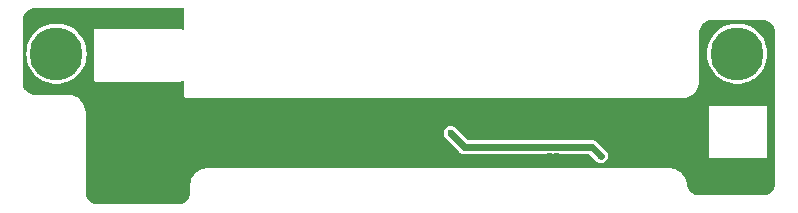
<source format=gbr>
%TF.GenerationSoftware,KiCad,Pcbnew,7.0.1*%
%TF.CreationDate,2023-03-29T08:45:06-04:00*%
%TF.ProjectId,BuckarooHAT,4275636b-6172-46f6-9f48-41542e6b6963,rev?*%
%TF.SameCoordinates,Original*%
%TF.FileFunction,Copper,L2,Bot*%
%TF.FilePolarity,Positive*%
%FSLAX46Y46*%
G04 Gerber Fmt 4.6, Leading zero omitted, Abs format (unit mm)*
G04 Created by KiCad (PCBNEW 7.0.1) date 2023-03-29 08:45:06*
%MOMM*%
%LPD*%
G01*
G04 APERTURE LIST*
%TA.AperFunction,ComponentPad*%
%ADD10C,3.100000*%
%TD*%
%TA.AperFunction,ConnectorPad*%
%ADD11C,4.500000*%
%TD*%
%TA.AperFunction,ViaPad*%
%ADD12C,0.600000*%
%TD*%
%TA.AperFunction,Conductor*%
%ADD13C,0.600000*%
%TD*%
G04 APERTURE END LIST*
D10*
%TO.P,H1,1*%
%TO.N,N/C*%
X159258000Y-74295000D03*
D11*
X159258000Y-74295000D03*
%TD*%
D10*
%TO.P,H2,1*%
%TO.N,N/C*%
X101625400Y-74295000D03*
D11*
X101625400Y-74295000D03*
%TD*%
D12*
%TO.N,GND*%
X161798000Y-72136000D03*
X108585000Y-81915000D03*
X108585000Y-79883000D03*
X158115000Y-83439000D03*
X145542000Y-79121000D03*
X144018000Y-82931000D03*
X132588000Y-83285500D03*
X111125000Y-71247000D03*
X156845000Y-76581000D03*
X146050000Y-78740000D03*
X143383000Y-82931000D03*
X131064000Y-83285500D03*
X158115000Y-84201000D03*
X156718000Y-72009000D03*
X161798000Y-76581000D03*
X111125000Y-71882000D03*
X149352000Y-82931000D03*
X146050000Y-79502000D03*
%TO.N,+5V*%
X135001000Y-81026000D03*
X147701000Y-82931000D03*
%TD*%
D13*
%TO.N,+5V*%
X146948600Y-82178600D02*
X136153600Y-82178600D01*
X147701000Y-82931000D02*
X146948600Y-82178600D01*
X136153600Y-82178600D02*
X135001000Y-81026000D01*
%TD*%
%TA.AperFunction,Conductor*%
%TO.N,GND*%
G36*
X112386500Y-70448113D02*
G01*
X112431887Y-70493500D01*
X112448500Y-70555500D01*
X112448500Y-72166598D01*
X112429493Y-72232571D01*
X112378300Y-72278319D01*
X112310614Y-72289818D01*
X112247185Y-72263543D01*
X112243788Y-72260834D01*
X112224160Y-72241204D01*
X112218425Y-72234012D01*
X112210135Y-72230020D01*
X112186626Y-72215248D01*
X112179432Y-72209510D01*
X112177400Y-72209046D01*
X112170453Y-72207460D01*
X112144257Y-72198294D01*
X112135963Y-72194300D01*
X112112790Y-72194300D01*
X105023963Y-72194300D01*
X104932437Y-72194300D01*
X104932435Y-72194300D01*
X104924138Y-72198295D01*
X104897944Y-72207460D01*
X104888970Y-72209508D01*
X104881768Y-72215252D01*
X104858267Y-72230019D01*
X104849975Y-72234012D01*
X104844236Y-72241209D01*
X104824609Y-72260836D01*
X104817412Y-72266575D01*
X104813419Y-72274867D01*
X104798652Y-72298368D01*
X104792908Y-72305570D01*
X104790860Y-72314544D01*
X104781695Y-72340738D01*
X104777700Y-72349035D01*
X104777700Y-76504562D01*
X104781693Y-76512854D01*
X104790860Y-76539053D01*
X104792446Y-76546000D01*
X104792910Y-76548032D01*
X104798648Y-76555226D01*
X104813420Y-76578735D01*
X104817412Y-76587025D01*
X104824604Y-76592760D01*
X104844239Y-76612394D01*
X104849976Y-76619589D01*
X104858264Y-76623580D01*
X104881771Y-76638350D01*
X104888969Y-76644090D01*
X104897937Y-76646136D01*
X104924147Y-76655308D01*
X104932436Y-76659300D01*
X104932437Y-76659300D01*
X104955610Y-76659300D01*
X105023963Y-76659300D01*
X112044437Y-76659300D01*
X112112790Y-76659300D01*
X112135961Y-76659300D01*
X112135963Y-76659300D01*
X112144255Y-76655306D01*
X112170454Y-76646138D01*
X112179431Y-76644090D01*
X112186621Y-76638355D01*
X112210140Y-76623577D01*
X112218424Y-76619588D01*
X112224161Y-76612394D01*
X112243805Y-76592751D01*
X112247202Y-76590042D01*
X112310630Y-76563780D01*
X112378310Y-76575286D01*
X112429496Y-76621034D01*
X112448500Y-76687002D01*
X112448500Y-77896762D01*
X112452493Y-77905054D01*
X112461660Y-77931253D01*
X112463246Y-77938200D01*
X112463710Y-77940232D01*
X112469448Y-77947426D01*
X112484220Y-77970935D01*
X112488212Y-77979225D01*
X112495404Y-77984960D01*
X112515039Y-78004594D01*
X112520776Y-78011789D01*
X112529064Y-78015780D01*
X112552571Y-78030550D01*
X112559769Y-78036290D01*
X112568737Y-78038336D01*
X112594947Y-78047508D01*
X112603236Y-78051500D01*
X112603237Y-78051500D01*
X112626410Y-78051500D01*
X112694763Y-78051500D01*
X154519118Y-78051500D01*
X154581590Y-78051500D01*
X154664172Y-78051500D01*
X154872376Y-78021565D01*
X155074200Y-77962304D01*
X155265536Y-77874924D01*
X155442489Y-77761203D01*
X155601456Y-77623456D01*
X155739203Y-77464489D01*
X155852924Y-77287536D01*
X155940304Y-77096200D01*
X155999565Y-76894376D01*
X156029500Y-76686172D01*
X156029500Y-76581000D01*
X156029500Y-76541118D01*
X156029500Y-74295000D01*
X156702456Y-74295000D01*
X156722607Y-74615289D01*
X156782744Y-74930541D01*
X156881914Y-75235753D01*
X157018563Y-75526146D01*
X157190521Y-75797110D01*
X157395088Y-76044389D01*
X157629037Y-76264082D01*
X157888671Y-76452716D01*
X158132977Y-76587024D01*
X158169903Y-76607324D01*
X158468294Y-76725466D01*
X158779139Y-76805277D01*
X159043713Y-76838700D01*
X159097535Y-76845500D01*
X159097536Y-76845500D01*
X159418464Y-76845500D01*
X159418465Y-76845500D01*
X159464504Y-76839683D01*
X159736861Y-76805277D01*
X160047706Y-76725466D01*
X160346097Y-76607324D01*
X160627328Y-76452716D01*
X160681942Y-76413037D01*
X160886962Y-76264082D01*
X160912378Y-76240214D01*
X161120911Y-76044390D01*
X161325478Y-75797110D01*
X161497439Y-75526142D01*
X161634084Y-75235758D01*
X161733256Y-74930538D01*
X161793392Y-74615294D01*
X161813543Y-74295000D01*
X161793392Y-73974706D01*
X161733256Y-73659462D01*
X161634084Y-73354242D01*
X161497439Y-73063858D01*
X161497436Y-73063853D01*
X161325478Y-72792889D01*
X161120911Y-72545610D01*
X160886962Y-72325917D01*
X160627328Y-72137283D01*
X160346098Y-71982676D01*
X160047703Y-71864533D01*
X159736863Y-71784723D01*
X159418465Y-71744500D01*
X159418464Y-71744500D01*
X159097536Y-71744500D01*
X159097535Y-71744500D01*
X158779136Y-71784723D01*
X158468296Y-71864533D01*
X158169901Y-71982676D01*
X157888671Y-72137283D01*
X157629037Y-72325917D01*
X157395088Y-72545610D01*
X157190521Y-72792889D01*
X157018563Y-73063853D01*
X156881914Y-73354246D01*
X156782744Y-73659458D01*
X156722607Y-73974710D01*
X156702456Y-74295000D01*
X156029500Y-74295000D01*
X156029500Y-72522412D01*
X156029972Y-72511605D01*
X156042167Y-72372210D01*
X156044802Y-72342090D01*
X156048555Y-72320807D01*
X156052638Y-72305569D01*
X156091193Y-72161678D01*
X156098579Y-72141385D01*
X156168207Y-71992069D01*
X156178998Y-71973378D01*
X156273502Y-71838411D01*
X156287380Y-71821873D01*
X156403873Y-71705380D01*
X156420411Y-71691502D01*
X156555378Y-71596998D01*
X156574069Y-71586207D01*
X156723385Y-71516579D01*
X156743678Y-71509193D01*
X156902807Y-71466554D01*
X156924090Y-71462802D01*
X157093604Y-71447972D01*
X157104412Y-71447500D01*
X157138882Y-71447500D01*
X161377118Y-71447500D01*
X161411588Y-71447500D01*
X161422395Y-71447972D01*
X161591907Y-71462802D01*
X161613192Y-71466555D01*
X161643008Y-71474544D01*
X161772317Y-71509192D01*
X161792618Y-71516581D01*
X161941925Y-71586204D01*
X161960626Y-71597001D01*
X162095582Y-71691497D01*
X162112132Y-71705386D01*
X162228613Y-71821867D01*
X162242502Y-71838419D01*
X162336996Y-71973370D01*
X162347797Y-71992078D01*
X162415507Y-72137283D01*
X162417415Y-72141374D01*
X162424808Y-72161686D01*
X162467444Y-72320807D01*
X162471197Y-72342092D01*
X162486028Y-72511604D01*
X162486500Y-72522412D01*
X162486500Y-85211588D01*
X162486028Y-85222396D01*
X162471197Y-85391907D01*
X162467444Y-85413192D01*
X162424808Y-85572313D01*
X162417415Y-85592625D01*
X162347798Y-85741919D01*
X162336992Y-85760634D01*
X162250431Y-85884259D01*
X162242507Y-85895575D01*
X162228613Y-85912132D01*
X162112132Y-86028613D01*
X162095574Y-86042507D01*
X161960634Y-86136992D01*
X161941919Y-86147798D01*
X161792625Y-86217415D01*
X161772313Y-86224808D01*
X161613192Y-86267444D01*
X161591906Y-86271197D01*
X161422389Y-86286028D01*
X161411582Y-86286500D01*
X161352905Y-86286500D01*
X161352521Y-86286576D01*
X156088137Y-86292826D01*
X156077868Y-86292412D01*
X155918051Y-86279323D01*
X155898073Y-86276028D01*
X155747379Y-86238320D01*
X155728205Y-86231819D01*
X155585648Y-86170088D01*
X155567788Y-86160553D01*
X155437179Y-86076449D01*
X155421109Y-86064134D01*
X155305929Y-85959898D01*
X155292076Y-85945132D01*
X155195393Y-85823540D01*
X155184128Y-85806718D01*
X155115354Y-85683280D01*
X155108518Y-85671011D01*
X155100147Y-85652592D01*
X155047624Y-85506373D01*
X155042362Y-85486836D01*
X155013420Y-85329041D01*
X155012001Y-85319013D01*
X155008537Y-85284366D01*
X155008536Y-85284364D01*
X155006119Y-85260193D01*
X155006071Y-85260037D01*
X155001623Y-85215772D01*
X154948455Y-85004720D01*
X154864925Y-84803741D01*
X154823576Y-84734917D01*
X154752840Y-84617179D01*
X154614612Y-84449057D01*
X154555063Y-84395166D01*
X154453240Y-84303017D01*
X154434928Y-84290797D01*
X154272203Y-84182208D01*
X154173806Y-84135724D01*
X154075411Y-84089240D01*
X153952879Y-84052110D01*
X153867122Y-84026124D01*
X153867120Y-84026123D01*
X153867118Y-84026123D01*
X153651823Y-83994220D01*
X153651663Y-83994219D01*
X153579503Y-83994183D01*
X153579291Y-83994160D01*
X153565558Y-83994162D01*
X153540884Y-83994165D01*
X153540857Y-83994166D01*
X153479285Y-83994166D01*
X153479233Y-83994175D01*
X114429078Y-84000500D01*
X114321828Y-84000500D01*
X114113622Y-84030435D01*
X113911800Y-84089695D01*
X113720463Y-84177075D01*
X113543507Y-84290799D01*
X113384543Y-84428543D01*
X113246799Y-84587507D01*
X113133075Y-84764463D01*
X113045695Y-84955800D01*
X112986435Y-85157622D01*
X112956500Y-85365828D01*
X112956500Y-85973588D01*
X112956028Y-85984396D01*
X112941197Y-86153907D01*
X112937444Y-86175192D01*
X112894808Y-86334313D01*
X112887415Y-86354625D01*
X112817798Y-86503919D01*
X112806991Y-86522638D01*
X112712507Y-86657575D01*
X112698613Y-86674132D01*
X112582132Y-86790613D01*
X112565574Y-86804507D01*
X112430634Y-86898992D01*
X112411919Y-86909798D01*
X112262625Y-86979415D01*
X112242313Y-86986808D01*
X112083192Y-87029444D01*
X112061907Y-87033197D01*
X111909758Y-87046508D01*
X111892394Y-87048028D01*
X111881588Y-87048500D01*
X105161412Y-87048500D01*
X105150605Y-87048028D01*
X105131194Y-87046329D01*
X104981092Y-87033197D01*
X104959807Y-87029444D01*
X104800686Y-86986808D01*
X104780374Y-86979415D01*
X104631080Y-86909798D01*
X104612370Y-86898996D01*
X104477419Y-86804502D01*
X104460867Y-86790613D01*
X104344386Y-86674132D01*
X104330497Y-86657582D01*
X104236001Y-86522626D01*
X104225204Y-86503925D01*
X104155581Y-86354618D01*
X104148191Y-86334313D01*
X104135379Y-86286499D01*
X104118097Y-86222001D01*
X104105555Y-86175192D01*
X104101802Y-86153906D01*
X104090840Y-86028613D01*
X104086972Y-85984395D01*
X104086500Y-85973588D01*
X104086500Y-81025999D01*
X134395317Y-81025999D01*
X134415956Y-81182762D01*
X134476463Y-81328840D01*
X134572716Y-81454281D01*
X134597768Y-81473503D01*
X134609964Y-81484199D01*
X135695399Y-82569634D01*
X135706094Y-82581829D01*
X135725317Y-82606882D01*
X135827041Y-82684936D01*
X135827042Y-82684937D01*
X135850759Y-82703136D01*
X135996838Y-82763644D01*
X136153600Y-82784283D01*
X136184908Y-82780160D01*
X136201094Y-82779100D01*
X146648503Y-82779100D01*
X146695956Y-82788539D01*
X146736184Y-82815419D01*
X147242799Y-83322034D01*
X147253494Y-83334229D01*
X147272717Y-83359282D01*
X147391711Y-83450588D01*
X147396630Y-83454902D01*
X147398157Y-83455534D01*
X147398158Y-83455535D01*
X147398159Y-83455536D01*
X147544238Y-83516044D01*
X147701000Y-83536682D01*
X147857762Y-83516044D01*
X148003841Y-83455536D01*
X148129282Y-83359282D01*
X148225536Y-83233841D01*
X148286044Y-83087762D01*
X148298169Y-82995662D01*
X156848501Y-82995662D01*
X156852494Y-83003953D01*
X156861661Y-83030152D01*
X156861664Y-83030161D01*
X156863711Y-83039131D01*
X156869449Y-83046325D01*
X156884221Y-83069834D01*
X156888213Y-83078124D01*
X156895405Y-83083859D01*
X156915040Y-83103493D01*
X156920777Y-83110688D01*
X156929065Y-83114679D01*
X156952572Y-83129449D01*
X156959770Y-83135189D01*
X156968738Y-83137235D01*
X156994948Y-83146407D01*
X157003237Y-83150399D01*
X157003238Y-83150399D01*
X157026411Y-83150399D01*
X157094764Y-83150399D01*
X161575238Y-83150399D01*
X161643591Y-83150399D01*
X161666762Y-83150399D01*
X161666764Y-83150399D01*
X161675056Y-83146405D01*
X161701255Y-83137237D01*
X161710232Y-83135189D01*
X161717422Y-83129454D01*
X161740941Y-83114676D01*
X161749225Y-83110687D01*
X161754962Y-83103493D01*
X161774596Y-83083858D01*
X161781789Y-83078123D01*
X161785781Y-83069834D01*
X161800556Y-83046321D01*
X161800985Y-83045782D01*
X161806291Y-83039130D01*
X161808339Y-83030153D01*
X161817508Y-83003953D01*
X161821501Y-82995662D01*
X161821501Y-82904136D01*
X161821501Y-78863309D01*
X161821501Y-78840136D01*
X161821500Y-78840134D01*
X161817509Y-78831846D01*
X161808337Y-78805634D01*
X161806291Y-78796668D01*
X161800551Y-78789470D01*
X161785781Y-78765963D01*
X161781790Y-78757675D01*
X161774595Y-78751938D01*
X161754961Y-78732303D01*
X161749226Y-78725111D01*
X161740936Y-78721119D01*
X161717427Y-78706347D01*
X161710233Y-78700609D01*
X161708201Y-78700145D01*
X161701254Y-78698559D01*
X161675058Y-78689393D01*
X161666764Y-78685399D01*
X161643591Y-78685399D01*
X157094764Y-78685399D01*
X157003238Y-78685399D01*
X157003236Y-78685399D01*
X156994939Y-78689394D01*
X156968745Y-78698559D01*
X156959771Y-78700607D01*
X156952569Y-78706351D01*
X156929068Y-78721118D01*
X156920776Y-78725111D01*
X156915037Y-78732308D01*
X156895410Y-78751935D01*
X156888213Y-78757674D01*
X156884220Y-78765966D01*
X156869453Y-78789467D01*
X156863709Y-78796669D01*
X156861661Y-78805643D01*
X156852496Y-78831837D01*
X156848501Y-78840134D01*
X156848501Y-78840135D01*
X156848501Y-78840136D01*
X156848501Y-78863309D01*
X156848501Y-82904136D01*
X156848501Y-82995662D01*
X148298169Y-82995662D01*
X148306682Y-82931000D01*
X148286044Y-82774238D01*
X148225536Y-82628159D01*
X148189986Y-82581829D01*
X148153454Y-82534219D01*
X148153452Y-82534217D01*
X148153450Y-82534215D01*
X148129282Y-82502718D01*
X148104229Y-82483494D01*
X148092035Y-82472800D01*
X147406799Y-81787564D01*
X147396103Y-81775368D01*
X147376881Y-81750316D01*
X147251440Y-81654063D01*
X147105362Y-81593556D01*
X146987961Y-81578100D01*
X146983380Y-81577497D01*
X146948600Y-81572917D01*
X146920763Y-81576582D01*
X146917297Y-81577039D01*
X146901113Y-81578100D01*
X136453697Y-81578100D01*
X136406244Y-81568661D01*
X136366016Y-81541781D01*
X135459199Y-80634964D01*
X135448503Y-80622768D01*
X135429281Y-80597716D01*
X135303840Y-80501463D01*
X135157762Y-80440956D01*
X135001000Y-80420317D01*
X134844237Y-80440956D01*
X134698159Y-80501463D01*
X134572717Y-80597717D01*
X134476463Y-80723159D01*
X134415956Y-80869237D01*
X134395317Y-81025999D01*
X104086500Y-81025999D01*
X104086500Y-79142828D01*
X104074919Y-79062283D01*
X104056565Y-78934624D01*
X103997304Y-78732800D01*
X103993793Y-78725111D01*
X103909924Y-78541463D01*
X103796200Y-78364507D01*
X103658456Y-78205543D01*
X103499492Y-78067799D01*
X103322536Y-77954075D01*
X103131199Y-77866695D01*
X102929377Y-77807435D01*
X102721172Y-77777500D01*
X102638590Y-77777500D01*
X99827412Y-77777500D01*
X99816605Y-77777028D01*
X99797194Y-77775329D01*
X99647092Y-77762197D01*
X99625807Y-77758444D01*
X99466686Y-77715808D01*
X99446374Y-77708415D01*
X99297080Y-77638798D01*
X99278370Y-77627996D01*
X99143419Y-77533502D01*
X99126867Y-77519613D01*
X99010386Y-77403132D01*
X98996497Y-77386582D01*
X98902001Y-77251626D01*
X98891204Y-77232925D01*
X98821581Y-77083618D01*
X98814191Y-77063313D01*
X98771555Y-76904192D01*
X98767802Y-76882906D01*
X98764529Y-76845500D01*
X98752972Y-76713395D01*
X98752500Y-76702588D01*
X98752500Y-74295000D01*
X99069856Y-74295000D01*
X99090007Y-74615289D01*
X99150144Y-74930541D01*
X99249314Y-75235753D01*
X99385963Y-75526146D01*
X99557921Y-75797110D01*
X99762488Y-76044389D01*
X99996437Y-76264082D01*
X100256071Y-76452716D01*
X100500377Y-76587024D01*
X100537303Y-76607324D01*
X100835694Y-76725466D01*
X101146539Y-76805277D01*
X101411113Y-76838700D01*
X101464935Y-76845500D01*
X101464936Y-76845500D01*
X101785864Y-76845500D01*
X101785865Y-76845500D01*
X101831904Y-76839683D01*
X102104261Y-76805277D01*
X102415106Y-76725466D01*
X102713497Y-76607324D01*
X102994728Y-76452716D01*
X103049342Y-76413037D01*
X103254362Y-76264082D01*
X103279778Y-76240214D01*
X103488311Y-76044390D01*
X103692878Y-75797110D01*
X103864839Y-75526142D01*
X104001484Y-75235758D01*
X104100656Y-74930538D01*
X104160792Y-74615294D01*
X104180943Y-74295000D01*
X104160792Y-73974706D01*
X104100656Y-73659462D01*
X104001484Y-73354242D01*
X103864839Y-73063858D01*
X103864836Y-73063853D01*
X103692878Y-72792889D01*
X103488311Y-72545610D01*
X103254362Y-72325917D01*
X102994728Y-72137283D01*
X102713498Y-71982676D01*
X102415103Y-71864533D01*
X102104263Y-71784723D01*
X101785865Y-71744500D01*
X101785864Y-71744500D01*
X101464936Y-71744500D01*
X101464935Y-71744500D01*
X101146536Y-71784723D01*
X100835696Y-71864533D01*
X100537301Y-71982676D01*
X100256071Y-72137283D01*
X99996437Y-72325917D01*
X99762488Y-72545610D01*
X99557921Y-72792889D01*
X99385963Y-73063853D01*
X99249314Y-73354246D01*
X99150144Y-73659458D01*
X99090007Y-73974710D01*
X99069856Y-74295000D01*
X98752500Y-74295000D01*
X98752500Y-71506412D01*
X98752972Y-71495605D01*
X98754815Y-71474544D01*
X98767802Y-71326090D01*
X98771555Y-71304807D01*
X98802954Y-71187624D01*
X98814193Y-71145678D01*
X98821579Y-71125385D01*
X98891207Y-70976069D01*
X98901998Y-70957378D01*
X98996502Y-70822411D01*
X99010380Y-70805873D01*
X99126873Y-70689380D01*
X99143411Y-70675502D01*
X99278378Y-70580998D01*
X99297069Y-70570207D01*
X99446385Y-70500579D01*
X99466678Y-70493193D01*
X99625807Y-70450554D01*
X99647090Y-70446802D01*
X99816604Y-70431972D01*
X99827412Y-70431500D01*
X99861882Y-70431500D01*
X112324500Y-70431500D01*
X112386500Y-70448113D01*
G37*
%TD.AperFunction*%
%TD*%
M02*

</source>
